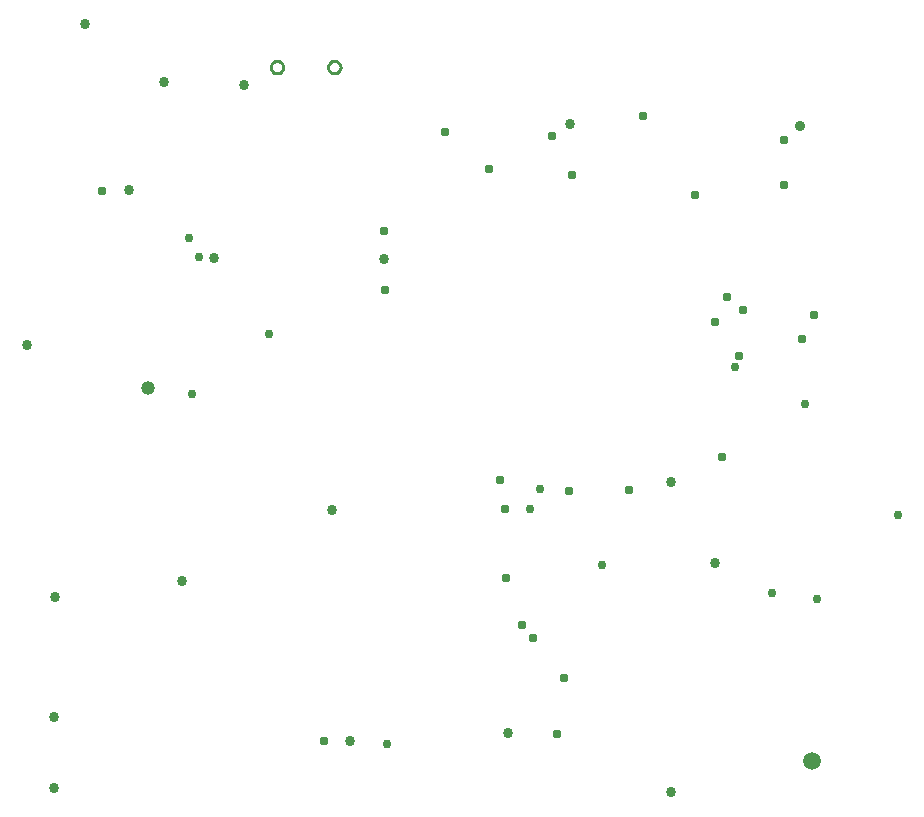
<source format=gbr>
G04 EAGLE Gerber RS-274X export*
G75*
%MOMM*%
%FSLAX34Y34*%
%LPD*%
%INVias*%
%IPPOS*%
%AMOC8*
5,1,8,0,0,1.08239X$1,22.5*%
G01*
%ADD10C,0.756400*%
%ADD11C,0.780000*%
%ADD12C,1.186400*%
%ADD13C,0.856400*%
%ADD14C,1.500000*%
%ADD15C,0.886400*%
%ADD16C,0.254000*%


D10*
X470302Y587246D03*
D11*
X441503Y511861D03*
D10*
X462274Y570628D03*
D11*
X441173Y570763D03*
X287376Y373939D03*
X485115Y380162D03*
D12*
X138862Y672668D03*
D10*
X173812Y800049D03*
X176301Y667799D03*
D11*
X338561Y806286D03*
X427634Y858749D03*
X497738Y853516D03*
X601447Y836041D03*
X618896Y728853D03*
X495351Y585673D03*
X339471Y756056D03*
X437011Y595349D03*
X546303Y586892D03*
X624611Y614680D03*
X455676Y472669D03*
X628806Y750116D03*
X464414Y461010D03*
X642723Y739091D03*
D10*
X704748Y494254D03*
D11*
X639445Y699999D03*
D10*
X666620Y499504D03*
X635893Y690693D03*
D11*
X390000Y890000D03*
X481101Y886358D03*
X558013Y903300D03*
X677266Y883310D03*
X677088Y844931D03*
X692551Y714465D03*
D10*
X522724Y522935D03*
X695164Y659428D03*
X341177Y371916D03*
X773735Y565607D03*
X181864Y784200D03*
X241109Y718891D03*
D13*
X84988Y980999D03*
X152019Y932307D03*
X219710Y929589D03*
X194513Y783057D03*
X338353Y782574D03*
X123038Y840435D03*
X167386Y509880D03*
X59868Y496316D03*
X59157Y394335D03*
X58826Y334137D03*
X309506Y373974D03*
X443597Y380730D03*
D14*
X700481Y356870D03*
D13*
X581279Y330600D03*
X294183Y569697D03*
X36322Y709574D03*
X495859Y896188D03*
D15*
X690372Y894588D03*
D11*
X702285Y734746D03*
D13*
X618592Y524637D03*
X581355Y593852D03*
D11*
X491312Y427279D03*
X100000Y840000D03*
D16*
X291215Y944996D02*
X291281Y945582D01*
X291412Y946157D01*
X291607Y946714D01*
X291862Y947245D01*
X292176Y947744D01*
X292544Y948205D01*
X292961Y948622D01*
X293422Y948990D01*
X293921Y949304D01*
X294452Y949559D01*
X295009Y949754D01*
X295584Y949885D01*
X296170Y949951D01*
X296759Y949951D01*
X297345Y949885D01*
X297920Y949754D01*
X298477Y949559D01*
X299008Y949304D01*
X299507Y948990D01*
X299968Y948622D01*
X300385Y948205D01*
X300753Y947744D01*
X301067Y947245D01*
X301323Y946714D01*
X301517Y946157D01*
X301649Y945582D01*
X301715Y944996D01*
X301715Y944407D01*
X301649Y943821D01*
X301517Y943246D01*
X301323Y942689D01*
X301067Y942158D01*
X300753Y941659D01*
X300385Y941198D01*
X299968Y940781D01*
X299507Y940413D01*
X299008Y940099D01*
X298477Y939843D01*
X297920Y939649D01*
X297345Y939517D01*
X296759Y939451D01*
X296170Y939451D01*
X295584Y939517D01*
X295009Y939649D01*
X294452Y939843D01*
X293921Y940099D01*
X293422Y940413D01*
X292961Y940781D01*
X292544Y941198D01*
X292176Y941659D01*
X291862Y942158D01*
X291607Y942689D01*
X291412Y943246D01*
X291281Y943821D01*
X291215Y944407D01*
X291215Y944996D01*
X242715Y944996D02*
X242781Y945582D01*
X242912Y946157D01*
X243107Y946714D01*
X243362Y947245D01*
X243676Y947744D01*
X244044Y948205D01*
X244461Y948622D01*
X244922Y948990D01*
X245421Y949304D01*
X245952Y949559D01*
X246509Y949754D01*
X247084Y949885D01*
X247670Y949951D01*
X248259Y949951D01*
X248845Y949885D01*
X249420Y949754D01*
X249977Y949559D01*
X250508Y949304D01*
X251007Y948990D01*
X251468Y948622D01*
X251885Y948205D01*
X252253Y947744D01*
X252567Y947245D01*
X252823Y946714D01*
X253017Y946157D01*
X253149Y945582D01*
X253215Y944996D01*
X253215Y944407D01*
X253149Y943821D01*
X253017Y943246D01*
X252823Y942689D01*
X252567Y942158D01*
X252253Y941659D01*
X251885Y941198D01*
X251468Y940781D01*
X251007Y940413D01*
X250508Y940099D01*
X249977Y939843D01*
X249420Y939649D01*
X248845Y939517D01*
X248259Y939451D01*
X247670Y939451D01*
X247084Y939517D01*
X246509Y939649D01*
X245952Y939843D01*
X245421Y940099D01*
X244922Y940413D01*
X244461Y940781D01*
X244044Y941198D01*
X243676Y941659D01*
X243362Y942158D01*
X243107Y942689D01*
X242912Y943246D01*
X242781Y943821D01*
X242715Y944407D01*
X242715Y944996D01*
M02*

</source>
